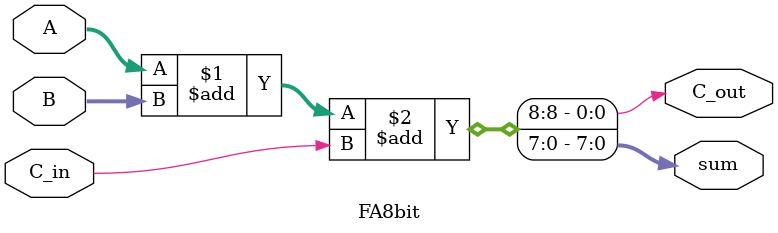
<source format=v>
module FA8bit(
    input [7:0] A, B,
    input C_in,
    output [7:0] sum,
    output C_out
);
	assign {C_out, sum} = A + B + C_in;
endmodule

</source>
